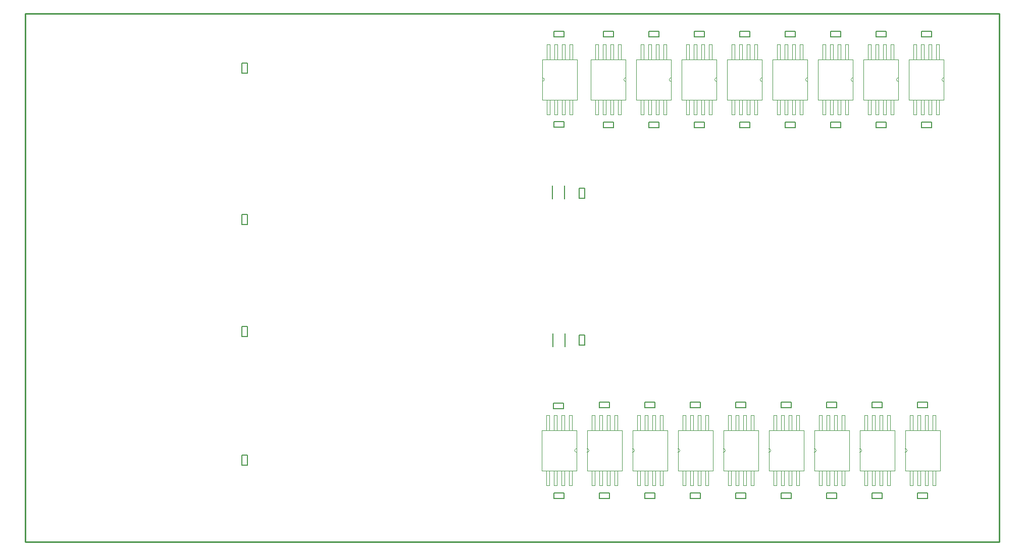
<source format=gm1>
%FSLAX25Y25*%
%MOIN*%
G70*
G01*
G75*
G04 Layer_Color=16711935*
%ADD10R,0.33858X0.42126*%
%ADD11R,0.14173X0.04528*%
%ADD12R,0.03661X0.03661*%
%ADD13R,0.03500X0.03400*%
%ADD14R,0.03661X0.03661*%
%ADD15R,0.02200X0.06700*%
%ADD16R,0.02178X0.03937*%
%ADD17R,0.03200X0.03000*%
%ADD18C,0.01000*%
%ADD19C,0.04000*%
%ADD20C,0.02000*%
%ADD21C,0.03937*%
%ADD22C,0.06000*%
%ADD23C,0.04724*%
%ADD24R,0.04724X0.04724*%
%ADD25R,0.06000X0.06000*%
%ADD26P,0.06061X8X112.5*%
%ADD27P,0.06605X8X292.5*%
%ADD28P,0.17046X8X112.5*%
%ADD29C,0.07677*%
%ADD30P,0.17046X8X202.5*%
%ADD31P,0.07144X8X292.5*%
%ADD32C,0.05000*%
%ADD33C,0.02000*%
%ADD34C,0.04000*%
%ADD35R,0.07874X0.08661*%
%ADD36R,0.08661X0.07874*%
%ADD37R,0.03400X0.03500*%
%ADD38R,0.01772X0.01575*%
%ADD39R,0.04409X0.06772*%
%ADD40C,0.00984*%
%ADD41C,0.00600*%
%ADD42C,0.00787*%
%ADD43C,0.00500*%
%ADD44C,0.00800*%
%ADD45C,0.00400*%
%ADD46C,0.02800*%
%ADD47C,0.01500*%
%ADD48R,0.02000X0.02000*%
%ADD49R,0.34658X0.42926*%
%ADD50R,0.14973X0.05328*%
%ADD51R,0.04461X0.04461*%
%ADD52R,0.04461X0.04461*%
%ADD53R,0.03000X0.07500*%
%ADD54C,0.06800*%
%ADD55C,0.05524*%
%ADD56R,0.05524X0.05524*%
%ADD57P,0.06927X8X112.5*%
%ADD58P,0.07471X8X292.5*%
%ADD59P,0.17912X8X112.5*%
%ADD60C,0.08477*%
%ADD61P,0.17912X8X202.5*%
%ADD62P,0.08010X8X292.5*%
%ADD63C,0.05800*%
%ADD64C,0.02800*%
%ADD65R,0.02572X0.02375*%
%ADD66R,0.05209X0.07572*%
%ADD67C,0.04800*%
%ADD68C,0.00000*%
D18*
X65000Y-73000D02*
Y276000D01*
Y-73000D02*
X708000D01*
Y276000D01*
X65000D02*
X708000D01*
D43*
X208228Y-22346D02*
Y-15653D01*
Y-22346D02*
X211772D01*
Y-15653D01*
X208228D02*
X211772D01*
X208228Y62653D02*
Y69346D01*
Y62653D02*
X211772D01*
Y69346D01*
X208228D02*
X211772D01*
X430728Y57153D02*
Y63846D01*
Y57153D02*
X434272D01*
Y63846D01*
X430728D02*
X434272D01*
X504153Y-44272D02*
X510847D01*
X504153Y-40728D02*
X510847D01*
X504153Y-44272D02*
Y-40728D01*
X510847Y-44272D02*
Y-40728D01*
X504153Y15728D02*
X510847D01*
X504153Y19272D02*
X510847D01*
X504153Y15728D02*
Y19272D01*
X510847Y15728D02*
Y19272D01*
X534154Y-44272D02*
X540846D01*
X534154Y-40728D02*
X540846D01*
X534154Y-44272D02*
Y-40728D01*
X540846Y-44272D02*
Y-40728D01*
X534154Y15728D02*
X540846D01*
X534154Y19272D02*
X540846D01*
X534154Y15728D02*
Y19272D01*
X540846Y15728D02*
Y19272D01*
X564153Y-44272D02*
X570847D01*
X564153Y-40728D02*
X570847D01*
X564153Y-44272D02*
Y-40728D01*
X570847Y-44272D02*
Y-40728D01*
X564153Y15728D02*
X570847D01*
X564153Y19272D02*
X570847D01*
X564153Y15728D02*
Y19272D01*
X570847Y15728D02*
Y19272D01*
X594153Y-44272D02*
X600846D01*
X594153Y-40728D02*
X600846D01*
X594153Y-44272D02*
Y-40728D01*
X600846Y-44272D02*
Y-40728D01*
X594153Y15728D02*
X600846D01*
X594153Y19272D02*
X600846D01*
X594153Y15728D02*
Y19272D01*
X600846Y15728D02*
Y19272D01*
X624154Y-44272D02*
X630847D01*
X624154Y-40728D02*
X630847D01*
X624154Y-44272D02*
Y-40728D01*
X630847Y-44272D02*
Y-40728D01*
X624154Y15728D02*
X630847D01*
X624154Y19272D02*
X630847D01*
X624154Y15728D02*
Y19272D01*
X630847Y15728D02*
Y19272D01*
X654153Y-44272D02*
X660847D01*
X654153Y-40728D02*
X660847D01*
X654153Y-44272D02*
Y-40728D01*
X660847Y-44272D02*
Y-40728D01*
X654153Y15728D02*
X660847D01*
X654153Y19272D02*
X660847D01*
X654153Y15728D02*
Y19272D01*
X660847Y15728D02*
Y19272D01*
X444153Y-44272D02*
X450846D01*
X444153Y-40728D02*
X450846D01*
X444153Y-44272D02*
Y-40728D01*
X450846Y-44272D02*
Y-40728D01*
X444153Y15728D02*
X450846D01*
X444153Y19272D02*
X450846D01*
X444153Y15728D02*
Y19272D01*
X450846Y15728D02*
Y19272D01*
X474154Y-44272D02*
X480847D01*
X474154Y-40728D02*
X480847D01*
X474154Y-44272D02*
Y-40728D01*
X480847Y-44272D02*
Y-40728D01*
X474154Y15728D02*
X480847D01*
X474154Y19272D02*
X480847D01*
X474154Y15728D02*
Y19272D01*
X480847Y15728D02*
Y19272D01*
X413654Y15228D02*
Y18772D01*
Y15228D02*
X420346D01*
Y18772D01*
X413654D02*
X420346D01*
X414153Y-44272D02*
Y-40728D01*
Y-44272D02*
X420847D01*
Y-40728D01*
X414153D02*
X420847D01*
X208228Y236653D02*
Y243347D01*
Y236653D02*
X211772D01*
Y243347D01*
X208228D02*
X211772D01*
X208228Y136653D02*
Y143347D01*
Y136653D02*
X211772D01*
Y143347D01*
X208228D02*
X211772D01*
X430728Y154154D02*
Y160846D01*
Y154154D02*
X434272D01*
Y160846D01*
X430728D02*
X434272D01*
X506653Y260728D02*
Y264272D01*
X513346D01*
X506653Y260728D02*
X513346D01*
Y264272D01*
X506653Y200728D02*
Y204272D01*
X513346D01*
X506653Y200728D02*
X513346D01*
Y204272D01*
X536654Y260728D02*
Y264272D01*
X543347D01*
X536654Y260728D02*
X543347D01*
Y264272D01*
X536654Y200728D02*
Y204272D01*
X543347D01*
X536654Y200728D02*
X543347D01*
Y204272D01*
X566653Y260728D02*
Y264272D01*
X573347D01*
X566653Y260728D02*
X573347D01*
Y264272D01*
X566653Y200728D02*
Y204272D01*
Y200728D02*
X573347D01*
Y204272D01*
X566653D02*
X573347D01*
X596654Y260728D02*
Y264272D01*
X603346D01*
X596654Y260728D02*
X603346D01*
Y264272D01*
X596654Y200728D02*
Y204272D01*
X603346D01*
X596654Y200728D02*
X603346D01*
Y204272D01*
X626653Y260728D02*
Y264272D01*
X633347D01*
X626653Y260728D02*
X633347D01*
Y264272D01*
X626653Y200728D02*
Y204272D01*
X633347D01*
X626653Y200728D02*
X633347D01*
Y204272D01*
X656653Y260728D02*
Y264272D01*
X663346D01*
X656653Y260728D02*
X663346D01*
Y264272D01*
X656653Y200728D02*
Y204272D01*
X663346D01*
X656653Y200728D02*
X663346D01*
Y204272D01*
X446654Y260728D02*
Y264272D01*
X453346D01*
X446654Y260728D02*
X453346D01*
Y264272D01*
X446654Y200728D02*
Y204272D01*
X453346D01*
X446654Y200728D02*
X453346D01*
Y204272D01*
X476653Y260728D02*
Y264272D01*
X483347D01*
X476653Y260728D02*
X483347D01*
Y264272D01*
X476653Y200728D02*
Y204272D01*
X483347D01*
X476653Y200728D02*
X483347D01*
Y204272D01*
X414153Y201228D02*
Y204772D01*
X420847D01*
X414153Y201228D02*
X420847D01*
Y204772D01*
X414153Y260728D02*
Y264272D01*
X420847D01*
X414153Y260728D02*
X420847D01*
Y264272D01*
X413563Y56169D02*
Y64831D01*
X421437Y56169D02*
Y64831D01*
X413063Y153669D02*
Y162331D01*
X420937Y153669D02*
Y162331D01*
D68*
X586000Y-13700D02*
G03*
X586000Y-11300I0J1200D01*
G01*
X611500Y233700D02*
G03*
X611500Y231300I0J-1200D01*
G01*
X616000Y-13700D02*
G03*
X616000Y-11300I0J1200D01*
G01*
X641500Y233700D02*
G03*
X641500Y231300I0J-1200D01*
G01*
X646000Y-13700D02*
G03*
X646000Y-11300I0J1200D01*
G01*
X671500Y233700D02*
G03*
X671500Y231300I0J-1200D01*
G01*
X429000Y-11300D02*
G03*
X429000Y-13700I0J-1200D01*
G01*
X406500Y231300D02*
G03*
X406500Y233700I0J1200D01*
G01*
X496000Y-13700D02*
G03*
X496000Y-11300I0J1200D01*
G01*
X521500Y233700D02*
G03*
X521500Y231300I0J-1200D01*
G01*
X526000Y-13700D02*
G03*
X526000Y-11300I0J1200D01*
G01*
X551500Y233700D02*
G03*
X551500Y231300I0J-1200D01*
G01*
X556000Y-13700D02*
G03*
X556000Y-11300I0J1200D01*
G01*
X581500Y233700D02*
G03*
X581500Y231300I0J-1200D01*
G01*
X466000Y-13700D02*
G03*
X466000Y-11300I0J1200D01*
G01*
X491500Y233700D02*
G03*
X491500Y231300I0J-1200D01*
G01*
X436000Y-13700D02*
G03*
X436000Y-11300I0J1200D01*
G01*
X461500Y233700D02*
G03*
X461500Y231300I0J-1200D01*
G01*
X586000Y-25900D02*
Y-13700D01*
X591000Y-35600D02*
Y-25900D01*
X589000Y-35600D02*
Y-25900D01*
Y-35600D02*
X591000D01*
X586000Y-25900D02*
X609000D01*
X594000D02*
X596000D01*
X589000D02*
X591000D01*
X586000Y-11300D02*
Y900D01*
Y-13700D02*
Y-11300D01*
X589000Y900D02*
X591000D01*
Y10600D01*
X589000Y900D02*
Y10600D01*
X594000Y900D02*
Y10600D01*
X586000Y900D02*
X609000D01*
X589000Y10600D02*
X591000D01*
X594000D02*
X596000D01*
X594000Y-35600D02*
X596000D01*
X599000D02*
X601000D01*
X594000D02*
Y-25900D01*
X596000Y-35600D02*
Y-25900D01*
X599000Y-35600D02*
Y-25900D01*
X601000D01*
X604000Y-35600D02*
X606000D01*
X604000D02*
Y-25900D01*
X601000Y-35600D02*
Y-25900D01*
X606000Y-35600D02*
Y-25900D01*
X594000Y900D02*
X596000D01*
X599000D02*
Y10600D01*
Y900D02*
X601000D01*
X596000D02*
Y10600D01*
X601000Y900D02*
Y10600D01*
X599000D02*
X601000D01*
X604000Y-25900D02*
X606000D01*
X609000D02*
Y900D01*
X604000D02*
X606000D01*
X604000D02*
Y10600D01*
X606000Y900D02*
Y10600D01*
X604000D02*
X606000D01*
X591500Y219100D02*
X593500D01*
X591500Y209400D02*
X593500D01*
X591500D02*
Y219100D01*
X593500Y209400D02*
Y219100D01*
X588500D02*
Y245900D01*
X596500Y209400D02*
X598500D01*
X596500D02*
Y219100D01*
X598500Y209400D02*
Y219100D01*
X591500Y245900D02*
X593500D01*
X596500D02*
X598500D01*
X593500D02*
Y255600D01*
X591500Y245900D02*
Y255600D01*
X596500Y245900D02*
Y255600D01*
X591500D02*
X593500D01*
X588500Y219100D02*
X611500D01*
X596500D02*
X598500D01*
X588500Y245900D02*
X611500D01*
X598500D02*
Y255600D01*
X596500D02*
X598500D01*
X601500Y209400D02*
Y219100D01*
Y209400D02*
X603500D01*
X601500Y219100D02*
X603500D01*
Y209400D02*
Y219100D01*
X608500Y209400D02*
Y219100D01*
X606500Y209400D02*
Y219100D01*
Y209400D02*
X608500D01*
X606500Y219100D02*
X608500D01*
X611500D02*
Y231300D01*
X601500Y245900D02*
X603500D01*
X606500D02*
X608500D01*
X603500D02*
Y255600D01*
X601500Y245900D02*
Y255600D01*
X606500Y245900D02*
Y255600D01*
X601500D02*
X603500D01*
X611500Y231300D02*
Y233700D01*
Y245900D01*
X606500Y255600D02*
X608500D01*
Y245900D02*
Y255600D01*
X616000Y-25900D02*
Y-13700D01*
X621000Y-35600D02*
Y-25900D01*
X619000Y-35600D02*
Y-25900D01*
Y-35600D02*
X621000D01*
X616000Y-25900D02*
X639000D01*
X624000D02*
X626000D01*
X619000D02*
X621000D01*
X616000Y-11300D02*
Y900D01*
Y-13700D02*
Y-11300D01*
X619000Y900D02*
X621000D01*
Y10600D01*
X619000Y900D02*
Y10600D01*
X624000Y900D02*
Y10600D01*
X616000Y900D02*
X639000D01*
X619000Y10600D02*
X621000D01*
X624000D02*
X626000D01*
X624000Y-35600D02*
X626000D01*
X629000D02*
X631000D01*
X624000D02*
Y-25900D01*
X626000Y-35600D02*
Y-25900D01*
X629000Y-35600D02*
Y-25900D01*
X631000D01*
X634000Y-35600D02*
X636000D01*
X634000D02*
Y-25900D01*
X631000Y-35600D02*
Y-25900D01*
X636000Y-35600D02*
Y-25900D01*
X624000Y900D02*
X626000D01*
X629000D02*
Y10600D01*
Y900D02*
X631000D01*
X626000D02*
Y10600D01*
X631000Y900D02*
Y10600D01*
X629000D02*
X631000D01*
X634000Y-25900D02*
X636000D01*
X639000D02*
Y900D01*
X634000D02*
X636000D01*
X634000D02*
Y10600D01*
X636000Y900D02*
Y10600D01*
X634000D02*
X636000D01*
X621500Y219100D02*
X623500D01*
X621500Y209400D02*
X623500D01*
X621500D02*
Y219100D01*
X623500Y209400D02*
Y219100D01*
X618500D02*
Y245900D01*
X626500Y209400D02*
X628500D01*
X626500D02*
Y219100D01*
X628500Y209400D02*
Y219100D01*
X621500Y245900D02*
X623500D01*
X626500D02*
X628500D01*
X623500D02*
Y255600D01*
X621500Y245900D02*
Y255600D01*
X626500Y245900D02*
Y255600D01*
X621500D02*
X623500D01*
X618500Y219100D02*
X641500D01*
X626500D02*
X628500D01*
X618500Y245900D02*
X641500D01*
X628500D02*
Y255600D01*
X626500D02*
X628500D01*
X631500Y209400D02*
Y219100D01*
Y209400D02*
X633500D01*
X631500Y219100D02*
X633500D01*
Y209400D02*
Y219100D01*
X638500Y209400D02*
Y219100D01*
X636500Y209400D02*
Y219100D01*
Y209400D02*
X638500D01*
X636500Y219100D02*
X638500D01*
X641500D02*
Y231300D01*
X631500Y245900D02*
X633500D01*
X636500D02*
X638500D01*
X633500D02*
Y255600D01*
X631500Y245900D02*
Y255600D01*
X636500Y245900D02*
Y255600D01*
X631500D02*
X633500D01*
X641500Y231300D02*
Y233700D01*
Y245900D01*
X636500Y255600D02*
X638500D01*
Y245900D02*
Y255600D01*
X646000Y-25900D02*
Y-13700D01*
X651000Y-35600D02*
Y-25900D01*
X649000Y-35600D02*
Y-25900D01*
Y-35600D02*
X651000D01*
X646000Y-25900D02*
X669000D01*
X654000D02*
X656000D01*
X649000D02*
X651000D01*
X646000Y-11300D02*
Y900D01*
Y-13700D02*
Y-11300D01*
X649000Y900D02*
X651000D01*
Y10600D01*
X649000Y900D02*
Y10600D01*
X654000Y900D02*
Y10600D01*
X646000Y900D02*
X669000D01*
X649000Y10600D02*
X651000D01*
X654000D02*
X656000D01*
X654000Y-35600D02*
X656000D01*
X659000D02*
X661000D01*
X654000D02*
Y-25900D01*
X656000Y-35600D02*
Y-25900D01*
X659000Y-35600D02*
Y-25900D01*
X661000D01*
X664000Y-35600D02*
X666000D01*
X664000D02*
Y-25900D01*
X661000Y-35600D02*
Y-25900D01*
X666000Y-35600D02*
Y-25900D01*
X654000Y900D02*
X656000D01*
X659000D02*
Y10600D01*
Y900D02*
X661000D01*
X656000D02*
Y10600D01*
X661000Y900D02*
Y10600D01*
X659000D02*
X661000D01*
X664000Y-25900D02*
X666000D01*
X669000D02*
Y900D01*
X664000D02*
X666000D01*
X664000D02*
Y10600D01*
X666000Y900D02*
Y10600D01*
X664000D02*
X666000D01*
X651500Y219100D02*
X653500D01*
X651500Y209400D02*
X653500D01*
X651500D02*
Y219100D01*
X653500Y209400D02*
Y219100D01*
X648500D02*
Y245900D01*
X656500Y209400D02*
X658500D01*
X656500D02*
Y219100D01*
X658500Y209400D02*
Y219100D01*
X651500Y245900D02*
X653500D01*
X656500D02*
X658500D01*
X653500D02*
Y255600D01*
X651500Y245900D02*
Y255600D01*
X656500Y245900D02*
Y255600D01*
X651500D02*
X653500D01*
X648500Y219100D02*
X671500D01*
X656500D02*
X658500D01*
X648500Y245900D02*
X671500D01*
X658500D02*
Y255600D01*
X656500D02*
X658500D01*
X661500Y209400D02*
Y219100D01*
Y209400D02*
X663500D01*
X661500Y219100D02*
X663500D01*
Y209400D02*
Y219100D01*
X668500Y209400D02*
Y219100D01*
X666500Y209400D02*
Y219100D01*
Y209400D02*
X668500D01*
X666500Y219100D02*
X668500D01*
X671500D02*
Y231300D01*
X661500Y245900D02*
X663500D01*
X666500D02*
X668500D01*
X663500D02*
Y255600D01*
X661500Y245900D02*
Y255600D01*
X666500Y245900D02*
Y255600D01*
X661500D02*
X663500D01*
X671500Y231300D02*
Y233700D01*
Y245900D01*
X666500Y255600D02*
X668500D01*
Y245900D02*
Y255600D01*
X409000Y-25900D02*
X411000D01*
X409000Y-35600D02*
X411000D01*
X409000D02*
Y-25900D01*
X411000Y-35600D02*
Y-25900D01*
X406000D02*
Y900D01*
X414000Y-35600D02*
X416000D01*
X414000D02*
Y-25900D01*
X416000Y-35600D02*
Y-25900D01*
X409000Y900D02*
X411000D01*
X414000D02*
X416000D01*
X411000D02*
Y10600D01*
X409000Y900D02*
Y10600D01*
X414000Y900D02*
Y10600D01*
X409000D02*
X411000D01*
X406000Y-25900D02*
X429000D01*
X414000D02*
X416000D01*
X406000Y900D02*
X429000D01*
X416000D02*
Y10600D01*
X414000D02*
X416000D01*
X419000Y-35600D02*
Y-25900D01*
Y-35600D02*
X421000D01*
X419000Y-25900D02*
X421000D01*
Y-35600D02*
Y-25900D01*
X426000Y-35600D02*
Y-25900D01*
X424000Y-35600D02*
Y-25900D01*
Y-35600D02*
X426000D01*
X424000Y-25900D02*
X426000D01*
X429000D02*
Y-13700D01*
X419000Y900D02*
X421000D01*
X424000D02*
X426000D01*
X421000D02*
Y10600D01*
X419000Y900D02*
Y10600D01*
X424000Y900D02*
Y10600D01*
X419000D02*
X421000D01*
X429000Y-13700D02*
Y-11300D01*
Y900D01*
X424000Y10600D02*
X426000D01*
Y900D02*
Y10600D01*
X406500Y219100D02*
Y231300D01*
X411500Y209400D02*
Y219100D01*
X409500Y209400D02*
Y219100D01*
Y209400D02*
X411500D01*
X406500Y219100D02*
X429500D01*
X414500D02*
X416500D01*
X409500D02*
X411500D01*
X406500Y233700D02*
Y245900D01*
Y231300D02*
Y233700D01*
X409500Y245900D02*
X411500D01*
Y255600D01*
X409500Y245900D02*
Y255600D01*
X414500Y245900D02*
Y255600D01*
X406500Y245900D02*
X429500D01*
X409500Y255600D02*
X411500D01*
X414500D02*
X416500D01*
X414500Y209400D02*
X416500D01*
X419500D02*
X421500D01*
X414500D02*
Y219100D01*
X416500Y209400D02*
Y219100D01*
X419500Y209400D02*
Y219100D01*
X421500D01*
X424500Y209400D02*
X426500D01*
X424500D02*
Y219100D01*
X421500Y209400D02*
Y219100D01*
X426500Y209400D02*
Y219100D01*
X414500Y245900D02*
X416500D01*
X419500D02*
Y255600D01*
Y245900D02*
X421500D01*
X416500D02*
Y255600D01*
X421500Y245900D02*
Y255600D01*
X419500D02*
X421500D01*
X424500Y219100D02*
X426500D01*
X429500D02*
Y245900D01*
X424500D02*
X426500D01*
X424500D02*
Y255600D01*
X426500Y245900D02*
Y255600D01*
X424500D02*
X426500D01*
X496000Y-25900D02*
Y-13700D01*
X501000Y-35600D02*
Y-25900D01*
X499000Y-35600D02*
Y-25900D01*
Y-35600D02*
X501000D01*
X496000Y-25900D02*
X519000D01*
X504000D02*
X506000D01*
X499000D02*
X501000D01*
X496000Y-11300D02*
Y900D01*
Y-13700D02*
Y-11300D01*
X499000Y900D02*
X501000D01*
Y10600D01*
X499000Y900D02*
Y10600D01*
X504000Y900D02*
Y10600D01*
X496000Y900D02*
X519000D01*
X499000Y10600D02*
X501000D01*
X504000D02*
X506000D01*
X504000Y-35600D02*
X506000D01*
X509000D02*
X511000D01*
X504000D02*
Y-25900D01*
X506000Y-35600D02*
Y-25900D01*
X509000Y-35600D02*
Y-25900D01*
X511000D01*
X514000Y-35600D02*
X516000D01*
X514000D02*
Y-25900D01*
X511000Y-35600D02*
Y-25900D01*
X516000Y-35600D02*
Y-25900D01*
X504000Y900D02*
X506000D01*
X509000D02*
Y10600D01*
Y900D02*
X511000D01*
X506000D02*
Y10600D01*
X511000Y900D02*
Y10600D01*
X509000D02*
X511000D01*
X514000Y-25900D02*
X516000D01*
X519000D02*
Y900D01*
X514000D02*
X516000D01*
X514000D02*
Y10600D01*
X516000Y900D02*
Y10600D01*
X514000D02*
X516000D01*
X501500Y219100D02*
X503500D01*
X501500Y209400D02*
X503500D01*
X501500D02*
Y219100D01*
X503500Y209400D02*
Y219100D01*
X498500D02*
Y245900D01*
X506500Y209400D02*
X508500D01*
X506500D02*
Y219100D01*
X508500Y209400D02*
Y219100D01*
X501500Y245900D02*
X503500D01*
X506500D02*
X508500D01*
X503500D02*
Y255600D01*
X501500Y245900D02*
Y255600D01*
X506500Y245900D02*
Y255600D01*
X501500D02*
X503500D01*
X498500Y219100D02*
X521500D01*
X506500D02*
X508500D01*
X498500Y245900D02*
X521500D01*
X508500D02*
Y255600D01*
X506500D02*
X508500D01*
X511500Y209400D02*
Y219100D01*
Y209400D02*
X513500D01*
X511500Y219100D02*
X513500D01*
Y209400D02*
Y219100D01*
X518500Y209400D02*
Y219100D01*
X516500Y209400D02*
Y219100D01*
Y209400D02*
X518500D01*
X516500Y219100D02*
X518500D01*
X521500D02*
Y231300D01*
X511500Y245900D02*
X513500D01*
X516500D02*
X518500D01*
X513500D02*
Y255600D01*
X511500Y245900D02*
Y255600D01*
X516500Y245900D02*
Y255600D01*
X511500D02*
X513500D01*
X521500Y231300D02*
Y233700D01*
Y245900D01*
X516500Y255600D02*
X518500D01*
Y245900D02*
Y255600D01*
X526000Y-25900D02*
Y-13700D01*
X531000Y-35600D02*
Y-25900D01*
X529000Y-35600D02*
Y-25900D01*
Y-35600D02*
X531000D01*
X526000Y-25900D02*
X549000D01*
X534000D02*
X536000D01*
X529000D02*
X531000D01*
X526000Y-11300D02*
Y900D01*
Y-13700D02*
Y-11300D01*
X529000Y900D02*
X531000D01*
Y10600D01*
X529000Y900D02*
Y10600D01*
X534000Y900D02*
Y10600D01*
X526000Y900D02*
X549000D01*
X529000Y10600D02*
X531000D01*
X534000D02*
X536000D01*
X534000Y-35600D02*
X536000D01*
X539000D02*
X541000D01*
X534000D02*
Y-25900D01*
X536000Y-35600D02*
Y-25900D01*
X539000Y-35600D02*
Y-25900D01*
X541000D01*
X544000Y-35600D02*
X546000D01*
X544000D02*
Y-25900D01*
X541000Y-35600D02*
Y-25900D01*
X546000Y-35600D02*
Y-25900D01*
X534000Y900D02*
X536000D01*
X539000D02*
Y10600D01*
Y900D02*
X541000D01*
X536000D02*
Y10600D01*
X541000Y900D02*
Y10600D01*
X539000D02*
X541000D01*
X544000Y-25900D02*
X546000D01*
X549000D02*
Y900D01*
X544000D02*
X546000D01*
X544000D02*
Y10600D01*
X546000Y900D02*
Y10600D01*
X544000D02*
X546000D01*
X531500Y219100D02*
X533500D01*
X531500Y209400D02*
X533500D01*
X531500D02*
Y219100D01*
X533500Y209400D02*
Y219100D01*
X528500D02*
Y245900D01*
X536500Y209400D02*
X538500D01*
X536500D02*
Y219100D01*
X538500Y209400D02*
Y219100D01*
X531500Y245900D02*
X533500D01*
X536500D02*
X538500D01*
X533500D02*
Y255600D01*
X531500Y245900D02*
Y255600D01*
X536500Y245900D02*
Y255600D01*
X531500D02*
X533500D01*
X528500Y219100D02*
X551500D01*
X536500D02*
X538500D01*
X528500Y245900D02*
X551500D01*
X538500D02*
Y255600D01*
X536500D02*
X538500D01*
X541500Y209400D02*
Y219100D01*
Y209400D02*
X543500D01*
X541500Y219100D02*
X543500D01*
Y209400D02*
Y219100D01*
X548500Y209400D02*
Y219100D01*
X546500Y209400D02*
Y219100D01*
Y209400D02*
X548500D01*
X546500Y219100D02*
X548500D01*
X551500D02*
Y231300D01*
X541500Y245900D02*
X543500D01*
X546500D02*
X548500D01*
X543500D02*
Y255600D01*
X541500Y245900D02*
Y255600D01*
X546500Y245900D02*
Y255600D01*
X541500D02*
X543500D01*
X551500Y231300D02*
Y233700D01*
Y245900D01*
X546500Y255600D02*
X548500D01*
Y245900D02*
Y255600D01*
X556000Y-25900D02*
Y-13700D01*
X561000Y-35600D02*
Y-25900D01*
X559000Y-35600D02*
Y-25900D01*
Y-35600D02*
X561000D01*
X556000Y-25900D02*
X579000D01*
X564000D02*
X566000D01*
X559000D02*
X561000D01*
X556000Y-11300D02*
Y900D01*
Y-13700D02*
Y-11300D01*
X559000Y900D02*
X561000D01*
Y10600D01*
X559000Y900D02*
Y10600D01*
X564000Y900D02*
Y10600D01*
X556000Y900D02*
X579000D01*
X559000Y10600D02*
X561000D01*
X564000D02*
X566000D01*
X564000Y-35600D02*
X566000D01*
X569000D02*
X571000D01*
X564000D02*
Y-25900D01*
X566000Y-35600D02*
Y-25900D01*
X569000Y-35600D02*
Y-25900D01*
X571000D01*
X574000Y-35600D02*
X576000D01*
X574000D02*
Y-25900D01*
X571000Y-35600D02*
Y-25900D01*
X576000Y-35600D02*
Y-25900D01*
X564000Y900D02*
X566000D01*
X569000D02*
Y10600D01*
Y900D02*
X571000D01*
X566000D02*
Y10600D01*
X571000Y900D02*
Y10600D01*
X569000D02*
X571000D01*
X574000Y-25900D02*
X576000D01*
X579000D02*
Y900D01*
X574000D02*
X576000D01*
X574000D02*
Y10600D01*
X576000Y900D02*
Y10600D01*
X574000D02*
X576000D01*
X561500Y219100D02*
X563500D01*
X561500Y209400D02*
X563500D01*
X561500D02*
Y219100D01*
X563500Y209400D02*
Y219100D01*
X558500D02*
Y245900D01*
X566500Y209400D02*
X568500D01*
X566500D02*
Y219100D01*
X568500Y209400D02*
Y219100D01*
X561500Y245900D02*
X563500D01*
X566500D02*
X568500D01*
X563500D02*
Y255600D01*
X561500Y245900D02*
Y255600D01*
X566500Y245900D02*
Y255600D01*
X561500D02*
X563500D01*
X558500Y219100D02*
X581500D01*
X566500D02*
X568500D01*
X558500Y245900D02*
X581500D01*
X568500D02*
Y255600D01*
X566500D02*
X568500D01*
X571500Y209400D02*
Y219100D01*
Y209400D02*
X573500D01*
X571500Y219100D02*
X573500D01*
Y209400D02*
Y219100D01*
X578500Y209400D02*
Y219100D01*
X576500Y209400D02*
Y219100D01*
Y209400D02*
X578500D01*
X576500Y219100D02*
X578500D01*
X581500D02*
Y231300D01*
X571500Y245900D02*
X573500D01*
X576500D02*
X578500D01*
X573500D02*
Y255600D01*
X571500Y245900D02*
Y255600D01*
X576500Y245900D02*
Y255600D01*
X571500D02*
X573500D01*
X581500Y231300D02*
Y233700D01*
Y245900D01*
X576500Y255600D02*
X578500D01*
Y245900D02*
Y255600D01*
X466000Y-25900D02*
Y-13700D01*
X471000Y-35600D02*
Y-25900D01*
X469000Y-35600D02*
Y-25900D01*
Y-35600D02*
X471000D01*
X466000Y-25900D02*
X489000D01*
X474000D02*
X476000D01*
X469000D02*
X471000D01*
X466000Y-11300D02*
Y900D01*
Y-13700D02*
Y-11300D01*
X469000Y900D02*
X471000D01*
Y10600D01*
X469000Y900D02*
Y10600D01*
X474000Y900D02*
Y10600D01*
X466000Y900D02*
X489000D01*
X469000Y10600D02*
X471000D01*
X474000D02*
X476000D01*
X474000Y-35600D02*
X476000D01*
X479000D02*
X481000D01*
X474000D02*
Y-25900D01*
X476000Y-35600D02*
Y-25900D01*
X479000Y-35600D02*
Y-25900D01*
X481000D01*
X484000Y-35600D02*
X486000D01*
X484000D02*
Y-25900D01*
X481000Y-35600D02*
Y-25900D01*
X486000Y-35600D02*
Y-25900D01*
X474000Y900D02*
X476000D01*
X479000D02*
Y10600D01*
Y900D02*
X481000D01*
X476000D02*
Y10600D01*
X481000Y900D02*
Y10600D01*
X479000D02*
X481000D01*
X484000Y-25900D02*
X486000D01*
X489000D02*
Y900D01*
X484000D02*
X486000D01*
X484000D02*
Y10600D01*
X486000Y900D02*
Y10600D01*
X484000D02*
X486000D01*
X471500Y219100D02*
X473500D01*
X471500Y209400D02*
X473500D01*
X471500D02*
Y219100D01*
X473500Y209400D02*
Y219100D01*
X468500D02*
Y245900D01*
X476500Y209400D02*
X478500D01*
X476500D02*
Y219100D01*
X478500Y209400D02*
Y219100D01*
X471500Y245900D02*
X473500D01*
X476500D02*
X478500D01*
X473500D02*
Y255600D01*
X471500Y245900D02*
Y255600D01*
X476500Y245900D02*
Y255600D01*
X471500D02*
X473500D01*
X468500Y219100D02*
X491500D01*
X476500D02*
X478500D01*
X468500Y245900D02*
X491500D01*
X478500D02*
Y255600D01*
X476500D02*
X478500D01*
X481500Y209400D02*
Y219100D01*
Y209400D02*
X483500D01*
X481500Y219100D02*
X483500D01*
Y209400D02*
Y219100D01*
X488500Y209400D02*
Y219100D01*
X486500Y209400D02*
Y219100D01*
Y209400D02*
X488500D01*
X486500Y219100D02*
X488500D01*
X491500D02*
Y231300D01*
X481500Y245900D02*
X483500D01*
X486500D02*
X488500D01*
X483500D02*
Y255600D01*
X481500Y245900D02*
Y255600D01*
X486500Y245900D02*
Y255600D01*
X481500D02*
X483500D01*
X491500Y231300D02*
Y233700D01*
Y245900D01*
X486500Y255600D02*
X488500D01*
Y245900D02*
Y255600D01*
X436000Y-25900D02*
Y-13700D01*
X441000Y-35600D02*
Y-25900D01*
X439000Y-35600D02*
Y-25900D01*
Y-35600D02*
X441000D01*
X436000Y-25900D02*
X459000D01*
X444000D02*
X446000D01*
X439000D02*
X441000D01*
X436000Y-11300D02*
Y900D01*
Y-13700D02*
Y-11300D01*
X439000Y900D02*
X441000D01*
Y10600D01*
X439000Y900D02*
Y10600D01*
X444000Y900D02*
Y10600D01*
X436000Y900D02*
X459000D01*
X439000Y10600D02*
X441000D01*
X444000D02*
X446000D01*
X444000Y-35600D02*
X446000D01*
X449000D02*
X451000D01*
X444000D02*
Y-25900D01*
X446000Y-35600D02*
Y-25900D01*
X449000Y-35600D02*
Y-25900D01*
X451000D01*
X454000Y-35600D02*
X456000D01*
X454000D02*
Y-25900D01*
X451000Y-35600D02*
Y-25900D01*
X456000Y-35600D02*
Y-25900D01*
X444000Y900D02*
X446000D01*
X449000D02*
Y10600D01*
Y900D02*
X451000D01*
X446000D02*
Y10600D01*
X451000Y900D02*
Y10600D01*
X449000D02*
X451000D01*
X454000Y-25900D02*
X456000D01*
X459000D02*
Y900D01*
X454000D02*
X456000D01*
X454000D02*
Y10600D01*
X456000Y900D02*
Y10600D01*
X454000D02*
X456000D01*
X441500Y219100D02*
X443500D01*
X441500Y209400D02*
X443500D01*
X441500D02*
Y219100D01*
X443500Y209400D02*
Y219100D01*
X438500D02*
Y245900D01*
X446500Y209400D02*
X448500D01*
X446500D02*
Y219100D01*
X448500Y209400D02*
Y219100D01*
X441500Y245900D02*
X443500D01*
X446500D02*
X448500D01*
X443500D02*
Y255600D01*
X441500Y245900D02*
Y255600D01*
X446500Y245900D02*
Y255600D01*
X441500D02*
X443500D01*
X438500Y219100D02*
X461500D01*
X446500D02*
X448500D01*
X438500Y245900D02*
X461500D01*
X448500D02*
Y255600D01*
X446500D02*
X448500D01*
X451500Y209400D02*
Y219100D01*
Y209400D02*
X453500D01*
X451500Y219100D02*
X453500D01*
Y209400D02*
Y219100D01*
X458500Y209400D02*
Y219100D01*
X456500Y209400D02*
Y219100D01*
Y209400D02*
X458500D01*
X456500Y219100D02*
X458500D01*
X461500D02*
Y231300D01*
X451500Y245900D02*
X453500D01*
X456500D02*
X458500D01*
X453500D02*
Y255600D01*
X451500Y245900D02*
Y255600D01*
X456500Y245900D02*
Y255600D01*
X451500D02*
X453500D01*
X461500Y231300D02*
Y233700D01*
Y245900D01*
X456500Y255600D02*
X458500D01*
Y245900D02*
Y255600D01*
M02*

</source>
